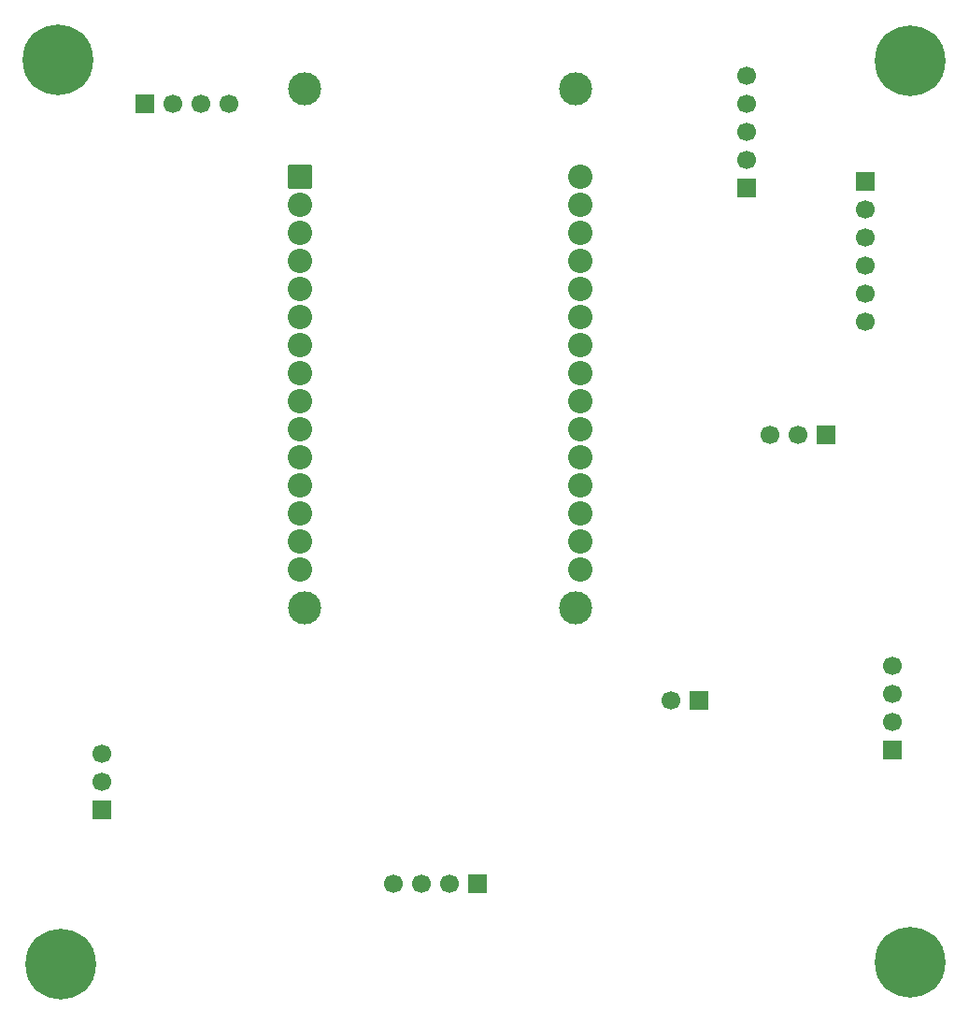
<source format=gbs>
%TF.GenerationSoftware,KiCad,Pcbnew,9.0.4*%
%TF.CreationDate,2025-11-06T03:01:08+05:30*%
%TF.ProjectId,project005,70726f6a-6563-4743-9030-352e6b696361,rev?*%
%TF.SameCoordinates,Original*%
%TF.FileFunction,Soldermask,Bot*%
%TF.FilePolarity,Negative*%
%FSLAX46Y46*%
G04 Gerber Fmt 4.6, Leading zero omitted, Abs format (unit mm)*
G04 Created by KiCad (PCBNEW 9.0.4) date 2025-11-06 03:01:08*
%MOMM*%
%LPD*%
G01*
G04 APERTURE LIST*
G04 Aperture macros list*
%AMRoundRect*
0 Rectangle with rounded corners*
0 $1 Rounding radius*
0 $2 $3 $4 $5 $6 $7 $8 $9 X,Y pos of 4 corners*
0 Add a 4 corners polygon primitive as box body*
4,1,4,$2,$3,$4,$5,$6,$7,$8,$9,$2,$3,0*
0 Add four circle primitives for the rounded corners*
1,1,$1+$1,$2,$3*
1,1,$1+$1,$4,$5*
1,1,$1+$1,$6,$7*
1,1,$1+$1,$8,$9*
0 Add four rect primitives between the rounded corners*
20,1,$1+$1,$2,$3,$4,$5,0*
20,1,$1+$1,$4,$5,$6,$7,0*
20,1,$1+$1,$6,$7,$8,$9,0*
20,1,$1+$1,$8,$9,$2,$3,0*%
G04 Aperture macros list end*
%ADD10C,6.400000*%
%ADD11R,1.700000X1.700000*%
%ADD12C,1.700000*%
%ADD13C,3.000000*%
%ADD14RoundRect,0.102000X-1.000000X-1.000000X1.000000X-1.000000X1.000000X1.000000X-1.000000X1.000000X0*%
%ADD15C,2.204000*%
G04 APERTURE END LIST*
D10*
%TO.C,REF\u002A\u002A*%
X161200000Y-57100000D03*
%TD*%
D11*
%TO.C,Lightsensor1*%
X146375000Y-68650000D03*
D12*
X146375000Y-66110000D03*
X146375000Y-63570000D03*
X146375000Y-61030000D03*
X146375000Y-58490000D03*
%TD*%
D10*
%TO.C,REF\u002A\u002A*%
X161200000Y-138700000D03*
%TD*%
%TO.C,REF\u002A\u002A*%
X84200000Y-138900000D03*
%TD*%
D11*
%TO.C,Waterlevel1*%
X153540000Y-91000000D03*
D12*
X151000000Y-91000000D03*
X148460000Y-91000000D03*
%TD*%
D10*
%TO.C,REF\u002A\u002A*%
X84000000Y-57000000D03*
%TD*%
D11*
%TO.C,DHT22*%
X87975000Y-124925000D03*
D12*
X87975000Y-122385000D03*
X87975000Y-119845000D03*
%TD*%
D11*
%TO.C,OLED1*%
X91800000Y-61000000D03*
D12*
X94340000Y-61000000D03*
X96880000Y-61000000D03*
X99420000Y-61000000D03*
%TD*%
D11*
%TO.C,soilmoisture1*%
X121940000Y-131600000D03*
D12*
X119400000Y-131600000D03*
X116860000Y-131600000D03*
X114320000Y-131600000D03*
%TD*%
D11*
%TO.C,Relay1*%
X157100000Y-68020000D03*
D12*
X157100000Y-70560000D03*
X157100000Y-73100000D03*
X157100000Y-75640000D03*
X157100000Y-78180000D03*
X157100000Y-80720000D03*
%TD*%
D11*
%TO.C,buzzer1*%
X142000000Y-115000000D03*
D12*
X139460000Y-115000000D03*
%TD*%
D11*
%TO.C,J1*%
X159600000Y-119540000D03*
D12*
X159600000Y-117000000D03*
X159600000Y-114460000D03*
X159600000Y-111920000D03*
%TD*%
D13*
%TO.C,U1*%
X106320000Y-59640000D03*
X106320000Y-106590000D03*
X130830000Y-59640000D03*
X130830000Y-106590000D03*
D14*
X105900000Y-67600000D03*
D15*
X105900000Y-70140000D03*
X105900000Y-72680000D03*
X105900000Y-75220000D03*
X105900000Y-77760000D03*
X105900000Y-80300000D03*
X105900000Y-82840000D03*
X105900000Y-85380000D03*
X105900000Y-87920000D03*
X105900000Y-90460000D03*
X105900000Y-93000000D03*
X105900000Y-95540000D03*
X105900000Y-98080000D03*
X105900000Y-100620000D03*
X105900000Y-103160000D03*
X131300000Y-103160000D03*
X131300000Y-100620000D03*
X131300000Y-98080000D03*
X131300000Y-95540000D03*
X131300000Y-93000000D03*
X131300000Y-90460000D03*
X131300000Y-87920000D03*
X131300000Y-85380000D03*
X131300000Y-82840000D03*
X131300000Y-80300000D03*
X131300000Y-77760000D03*
X131300000Y-75220000D03*
X131300000Y-72680000D03*
X131300000Y-70140000D03*
X131300000Y-67600000D03*
%TD*%
M02*

</source>
